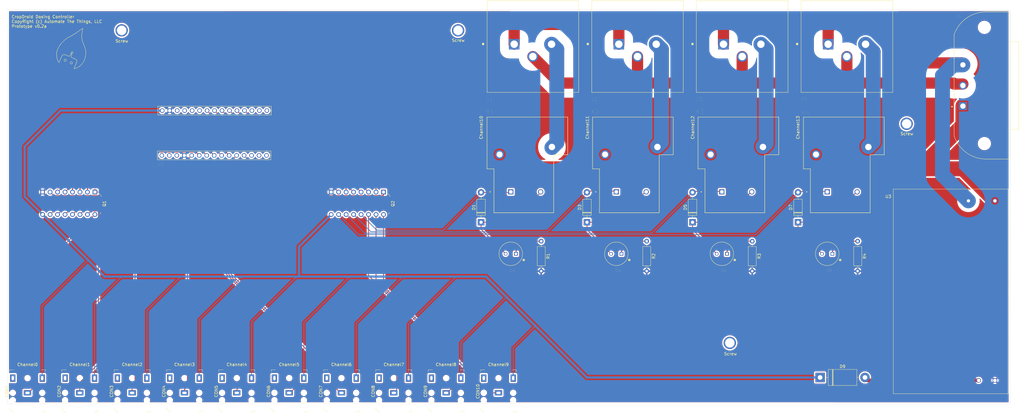
<source format=kicad_pcb>
(kicad_pcb (version 20171130) (host pcbnew 5.1.5-52549c5~84~ubuntu18.04.1)
  (title_block (title "CropDroid Dosing Controller") (date 2020-02-10) (rev 0.1a) (company "Automate The Things, LLC") (comment 3 "License: Proprietary") (comment 4 "Author: Jeremy Hahn"))
  (layers (0 F.Cu signal) (31 B.Cu signal) (34 B.Paste user) (35 F.Paste user) (36 B.SilkS user) (37 F.SilkS user) (38 B.Mask user) (39 F.Mask user) (44 Edge.Cuts user))
  (net 0 "")
  (net 1 "Net-(CON1-Pad1)")
  (net 2 "Net-(CON1-Pad2)")
  (net 3 "Net-(CON1-Pad3)")
  (net 4 "Net-(CON2-Pad3)")
  (net 5 "Net-(CON2-Pad1)")
  (net 6 "Net-(CON3-Pad3)")
  (net 7 "Net-(CON3-Pad1)")
  (net 8 "Net-(CON4-Pad3)")
  (net 9 "Net-(CON4-Pad1)")
  (net 10 "Net-(CON5-Pad1)")
  (net 11 "Net-(CON5-Pad3)")
  (net 12 "Net-(CON6-Pad3)")
  (net 13 "Net-(CON6-Pad1)")
  (net 14 "Net-(CON7-Pad1)")
  (net 15 "Net-(CON7-Pad3)")
  (net 16 "Net-(CON8-Pad3)")
  (net 17 "Net-(CON9-Pad3)")
  (net 18 "Net-(CON9-Pad1)")
  (net 19 "Net-(CON10-Pad1)")
  (net 20 "Net-(CON10-Pad3)")
  (net 21 "Net-(D1-Pad2)")
  (net 22 "Net-(D1-Pad1)")
  (net 23 "Net-(D2-Pad1)")
  (net 24 "Net-(D3-Pad2)")
  (net 25 "Net-(D3-Pad1)")
  (net 26 "Net-(D4-Pad1)")
  (net 27 "Net-(D5-Pad1)")
  (net 28 "Net-(D5-Pad2)")
  (net 29 "Net-(D6-Pad1)")
  (net 30 "Net-(D7-Pad1)")
  (net 31 "Net-(D7-Pad2)")
  (net 32 "Net-(D8-Pad1)")
  (net 33 "Net-(J1-Pad1)")
  (net 34 "Net-(J1-Pad2)")
  (net 35 "Net-(J1-Pad3)")
  (net 36 "Net-(J2-Pad2)")
  (net 37 "Net-(J3-Pad2)")
  (net 38 "Net-(J4-Pad2)")
  (net 39 "Net-(Q1-Pad1)")
  (net 40 "Net-(Q1-Pad2)")
  (net 41 "Net-(Q1-Pad3)")
  (net 42 "Net-(Q1-Pad4)")
  (net 43 "Net-(Q1-Pad5)")
  (net 44 "Net-(Q1-Pad6)")
  (net 45 "Net-(Q1-Pad7)")
  (net 46 GND)
  (net 47 "Net-(Q2-Pad7)")
  (net 48 "Net-(Q2-Pad6)")
  (net 49 "Net-(Q2-Pad5)")
  (net 50 "Net-(Q2-Pad4)")
  (net 51 "Net-(Q2-Pad3)")
  (net 52 "Net-(Q2-Pad2)")
  (net 53 "Net-(Q2-Pad1)")
  (net 54 "Net-(U1-PadP$15)")
  (net 55 "Net-(U1-PadP$14)")
  (net 56 "Net-(U1-PadP$13)")
  (net 57 "Net-(U1-PadP$3)")
  (net 58 "Net-(U2-PadP$3)")
  (net 59 "Net-(U2-PadP$13)")
  (net 60 "Net-(U2-PadP$14)")
  (net 61 "Net-(U2-PadP$15)")
  (net 62 "Net-(J5-Pad1)")
  (net 63 "Net-(CON8-Pad1)")
  (net 64 "Net-(D9-Pad2)")
  (net 65 "Net-(U1-PadP$6)")
  (net 66 "Net-(U1-PadP$5)")
  (net 67 "Net-(U1-PadP$4)")
  (net 68 "Net-(U2-PadP$2)")
  (net 69 "Net-(U2-PadP$1)")
  (module QUALTEK_703W-00:QUALTEK_703W-00_52 (layer F.Cu) (at 376.48388 62.30366 90)
    (fp_text reference J5 (at 30.44952 -1.51384 180) (layer F.SilkS) (effects (font (size 1.001969 1.001969) (thickness 0.015))))
    (fp_text value 703W-00_52)
    (pad None np_thru_hole circle (at -12.75 7.3 90) (size 3.5 3.5) (drill 3.5) (layers *.Cu *.Mask))
    (pad None np_thru_hole circle (at 26.75 7.3 90) (size 3.5 3.5) (drill 3.5) (layers *.Cu *.Mask))
    (pad 1 thru_hole rect (at 0 0 90) (size 2.7 2.7) (drill 1.8) (layers *.Cu *.Mask) (net 62 "Net-(J5-Pad1)"))
    (pad 2 thru_hole circle (at 7 0 90) (size 2.7 2.7) (drill 1.8) (layers *.Cu *.Mask) (net 35 "Net-(J1-Pad3)"))
    (pad 3 thru_hole circle (at 14 0 90) (size 2.7 2.7) (drill 1.8) (layers *.Cu *.Mask) (net 33 "Net-(J1-Pad1)"))
  )
  (module PPTC151LFBN-RC:PPTC151LFBN-RC (layer F.Cu) (at 104.44988 63.82766)
    (fp_text reference U1 (at -0.24788 2.82434) (layer F.SilkS) (effects (font (size 1.002992 1.002992) (thickness 0.015))))
    (fp_text value PPTC151LFBN-RC)
    (pad P$15 thru_hole circle (at 35.56 0) (size 1.53 1.53) (drill 1.02) (layers *.Cu *.Mask) (net 54 "Net-(U1-PadP$15)"))
    (pad P$14 thru_hole circle (at 33.02 0) (size 1.53 1.53) (drill 1.02) (layers *.Cu *.Mask) (net 55 "Net-(U1-PadP$14)"))
    (pad P$13 thru_hole circle (at 30.48 0) (size 1.53 1.53) (drill 1.02) (layers *.Cu *.Mask) (net 56 "Net-(U1-PadP$13)"))
    (pad P$12 thru_hole circle (at 27.94 0) (size 1.53 1.53) (drill 1.02) (layers *.Cu *.Mask) (net 52 "Net-(Q2-Pad2)"))
    (pad P$11 thru_hole circle (at 25.4 0) (size 1.53 1.53) (drill 1.02) (layers *.Cu *.Mask) (net 51 "Net-(Q2-Pad3)"))
    (pad P$10 thru_hole circle (at 22.86 0) (size 1.53 1.53) (drill 1.02) (layers *.Cu *.Mask) (net 50 "Net-(Q2-Pad4)"))
    (pad P$9 thru_hole circle (at 20.32 0) (size 1.53 1.53) (drill 1.02) (layers *.Cu *.Mask) (net 49 "Net-(Q2-Pad5)"))
    (pad P$8 thru_hole circle (at 17.78 0) (size 1.53 1.53) (drill 1.02) (layers *.Cu *.Mask) (net 48 "Net-(Q2-Pad6)"))
    (pad P$7 thru_hole circle (at 15.24 0) (size 1.53 1.53) (drill 1.02) (layers *.Cu *.Mask) (net 47 "Net-(Q2-Pad7)"))
    (pad P$6 thru_hole circle (at 12.7 0) (size 1.53 1.53) (drill 1.02) (layers *.Cu *.Mask) (net 65 "Net-(U1-PadP$6)"))
    (pad P$5 thru_hole circle (at 10.16 0) (size 1.53 1.53) (drill 1.02) (layers *.Cu *.Mask) (net 66 "Net-(U1-PadP$5)"))
    (pad P$4 thru_hole circle (at 7.62 0) (size 1.53 1.53) (drill 1.02) (layers *.Cu *.Mask) (net 67 "Net-(U1-PadP$4)"))
    (pad P$3 thru_hole circle (at 5.08 0) (size 1.53 1.53) (drill 1.02) (layers *.Cu *.Mask) (net 57 "Net-(U1-PadP$3)"))
    (pad P$2 thru_hole circle (at 2.54 0) (size 1.53 1.53) (drill 1.02) (layers *.Cu *.Mask) (net 46 GND))
    (pad P$1 thru_hole circle (at 0 0) (size 1.53 1.53) (drill 1.02) (layers *.Cu *.Mask) (net 2 "Net-(CON1-Pad2)"))
  )
  (module PPTC151LFBN-RC:PPTC151LFBN-RC (layer F.Cu) (at 139.88288 79.06766 180)
    (fp_text reference U2 (at 35.93488 -2.82434) (layer F.SilkS) (effects (font (size 1.002992 1.002992) (thickness 0.015))))
    (fp_text value PPTC151LFBN-RC)
    (pad P$15 thru_hole circle (at 35.56 0 180) (size 1.53 1.53) (drill 1.02) (layers *.Cu *.Mask) (net 61 "Net-(U2-PadP$15)"))
    (pad P$14 thru_hole circle (at 33.02 0 180) (size 1.53 1.53) (drill 1.02) (layers *.Cu *.Mask) (net 60 "Net-(U2-PadP$14)"))
    (pad P$13 thru_hole circle (at 30.48 0 180) (size 1.53 1.53) (drill 1.02) (layers *.Cu *.Mask) (net 59 "Net-(U2-PadP$13)"))
    (pad P$12 thru_hole circle (at 27.94 0 180) (size 1.53 1.53) (drill 1.02) (layers *.Cu *.Mask) (net 46 GND))
    (pad P$11 thru_hole circle (at 25.4 0 180) (size 1.53 1.53) (drill 1.02) (layers *.Cu *.Mask) (net 39 "Net-(Q1-Pad1)"))
    (pad P$10 thru_hole circle (at 22.86 0 180) (size 1.53 1.53) (drill 1.02) (layers *.Cu *.Mask) (net 40 "Net-(Q1-Pad2)"))
    (pad P$9 thru_hole circle (at 20.32 0 180) (size 1.53 1.53) (drill 1.02) (layers *.Cu *.Mask) (net 41 "Net-(Q1-Pad3)"))
    (pad P$8 thru_hole circle (at 17.78 0 180) (size 1.53 1.53) (drill 1.02) (layers *.Cu *.Mask) (net 42 "Net-(Q1-Pad4)"))
    (pad P$7 thru_hole circle (at 15.24 0 180) (size 1.53 1.53) (drill 1.02) (layers *.Cu *.Mask) (net 43 "Net-(Q1-Pad5)"))
    (pad P$6 thru_hole circle (at 12.7 0 180) (size 1.53 1.53) (drill 1.02) (layers *.Cu *.Mask) (net 44 "Net-(Q1-Pad6)"))
    (pad P$5 thru_hole circle (at 10.16 0 180) (size 1.53 1.53) (drill 1.02) (layers *.Cu *.Mask) (net 45 "Net-(Q1-Pad7)"))
    (pad P$4 thru_hole circle (at 7.62 0 180) (size 1.53 1.53) (drill 1.02) (layers *.Cu *.Mask) (net 53 "Net-(Q2-Pad1)"))
    (pad P$3 thru_hole circle (at 5.08 0 180) (size 1.53 1.53) (drill 1.02) (layers *.Cu *.Mask) (net 58 "Net-(U2-PadP$3)"))
    (pad P$2 thru_hole circle (at 2.54 0 180) (size 1.53 1.53) (drill 1.02) (layers *.Cu *.Mask) (net 68 "Net-(U2-PadP$2)"))
    (pad P$1 thru_hole circle (at 0 0 180) (size 1.53 1.53) (drill 1.02) (layers *.Cu *.Mask) (net 69 "Net-(U2-PadP$1)"))
  )
  (module digikey-footprints:Headphone_Jack_3.5mm_SJ1-3523N (layer F.Cu) (at 58.678 154.726 90)
    (fp_text reference CON1 (at -4.5 -7 90) (layer F.SilkS))
    (fp_text value SJ1-3523N)
    (pad "" np_thru_hole circle (at -7.5 5 90) (size 1.2 1.2) (drill 1.2) (layers *.Cu *.Mask))
    (pad "" np_thru_hole circle (at -5 5 90) (size 1.2 1.2) (drill 1.2) (layers *.Cu *.Mask))
    (pad "" np_thru_hole circle (at -7.5 -5 90) (size 1.2 1.2) (drill 1.2) (layers *.Cu *.Mask))
    (pad "" np_thru_hole circle (at -5 -5 90) (size 1.2 1.2) (drill 1.2) (layers *.Cu *.Mask))
    (pad "" np_thru_hole circle (at 0 0 90) (size 1.2 1.2) (drill 1.2) (layers *.Cu *.Mask))
    (pad 1 thru_hole rect (at -5 0 90) (size 1.8 2.5) (drill oval 0.8 1.5) (layers *.Cu *.Mask) (net 1 "Net-(CON1-Pad1)"))
    (pad 2 thru_hole rect (at 0 5 90) (size 2.5 1.8) (drill oval 1.5 0.8) (layers *.Cu *.Mask) (net 2 "Net-(CON1-Pad2)"))
    (pad 3 thru_hole rect (at 0 -5 90) (size 2.5 1.8) (drill oval 1.5 0.8) (layers *.Cu *.Mask) (net 3 "Net-(CON1-Pad3)"))
  )
  (module digikey-footprints:DIP-16_W7.62mm (layer F.Cu) (at 179.63388 91.51366 270)
    (fp_text reference Q2 (at 3.94 -3.2 90) (layer F.SilkS))
    (fp_text value ULN2003AN)
    (pad 9 thru_hole circle (at 7.62 17.78 270) (size 1.6 1.6) (drill 1) (layers *.Cu *.Mask) (net 2 "Net-(CON1-Pad2)"))
    (pad 8 thru_hole circle (at 0 17.78 270) (size 1.6 1.6) (drill 1) (layers *.Cu *.Mask) (net 46 GND))
    (pad 16 thru_hole circle (at 7.62 0 270) (size 1.6 1.6) (drill 1) (layers *.Cu *.Mask) (net 19 "Net-(CON10-Pad1)"))
    (pad 15 thru_hole circle (at 7.62 2.54 270) (size 1.6 1.6) (drill 1) (layers *.Cu *.Mask) (net 18 "Net-(CON9-Pad1)"))
    (pad 14 thru_hole circle (at 7.62 5.08 270) (size 1.6 1.6) (drill 1) (layers *.Cu *.Mask) (net 63 "Net-(CON8-Pad1)"))
    (pad 13 thru_hole circle (at 7.62 7.62 270) (size 1.6 1.6) (drill 1) (layers *.Cu *.Mask) (net 21 "Net-(D1-Pad2)"))
    (pad 12 thru_hole circle (at 7.62 10.16 270) (size 1.6 1.6) (drill 1) (layers *.Cu *.Mask) (net 24 "Net-(D3-Pad2)"))
    (pad 11 thru_hole circle (at 7.62 12.7 270) (size 1.6 1.6) (drill 1) (layers *.Cu *.Mask) (net 28 "Net-(D5-Pad2)"))
    (pad 10 thru_hole circle (at 7.62 15.24 270) (size 1.6 1.6) (drill 1) (layers *.Cu *.Mask) (net 31 "Net-(D7-Pad2)"))
    (pad 7 thru_hole circle (at 0 15.24 270) (size 1.6 1.6) (drill 1) (layers *.Cu *.Mask) (net 47 "Net-(Q2-Pad7)"))
    (pad 6 thru_hole circle (at 0 12.7 270) (size 1.6 1.6) (drill 1) (layers *.Cu *.Mask) (net 48 "Net-(Q2-Pad6)"))
    (pad 5 thru_hole circle (at 0 10.16 270) (size 1.6 1.6) (drill 1) (layers *.Cu *.Mask) (net 49 "Net-(Q2-Pad5)"))
    (pad 4 thru_hole circle (at 0 7.62 270) (size 1.6 1.6) (drill 1) (layers *.Cu *.Mask) (net 50 "Net-(Q2-Pad4)"))
    (pad 3 thru_hole circle (at 0 5.08 270) (size 1.6 1.6) (drill 1) (layers *.Cu *.Mask) (net 51 "Net-(Q2-Pad3)"))
    (pad 2 thru_hole circle (at 0 2.54 270) (size 1.6 1.6) (drill 1) (layers *.Cu *.Mask) (net 52 "Net-(Q2-Pad2)"))
    (pad 1 thru_hole rect (at 0 0 270) (size 1.6 1.6) (drill 1) (layers *.Cu *.Mask) (net 53 "Net-(Q2-Pad1)"))
  )
  (module Diode_THT:D_DO-201AD_P15.24mm_Horizontal (layer F.Cu) (at 327.96988 154.50566)
    (fp_text reference D9 (at 7.62 -3.72) (layer F.SilkS))
    (fp_text value 1N5400)
    (pad 2 thru_hole oval (at 15.24 0) (size 3.2 3.2) (drill 1.6) (layers *.Cu *.Mask) (net 64 "Net-(D9-Pad2)"))
    (pad 1 thru_hole rect (at 0 0) (size 3.2 3.2) (drill 1.6) (layers *.Cu *.Mask) (net 2 "Net-(CON1-Pad2)"))
  )
  (module drill-hole:Drill_Hole (layer F.Cu) (at 209.13852 37.4142)
    (fp_text reference Screw (at -4.10464 2.53746) (layer F.SilkS))
    (fp_text value Drill)
    (pad 1 thru_hole circle (at -4.16052 -0.8382) (size 4.199999 4.199999) (drill 3.200001) (layers *.Cu *.Mask))
  )
  (module drill-hole:Drill_Hole (layer F.Cu) (at 297.2943 142.75816)
    (fp_text reference Screw (at 0.21336 3.72364) (layer F.SilkS))
    (fp_text value Drill)
    (pad 1 thru_hole circle (at 0 0) (size 4.2 4.2) (drill 3.2) (layers *.Cu *.Mask))
  )
  (module drill-hole:Drill_Hole (layer F.Cu) (at 357.378 68.326)
    (fp_text reference Screw (at 0.05588 3.37566) (layer F.SilkS))
    (fp_text value Drill)
    (pad 1 thru_hole circle (at 0 0) (size 4.2 4.2) (drill 3.2) (layers *.Cu *.Mask))
  )
  (module drill-hole:Drill_Hole (layer F.Cu) (at 92.48648 36.40328)
    (fp_text reference Screw (at -1.7526 3.80238) (layer F.SilkS))
    (fp_text value Drill)
    (pad 1 thru_hole circle (at -1.80848 0.17272) (size 4.199999 4.199999) (drill 3.200001) (layers *.Cu *.Mask))
  )
  (module libraries:cropdroid_logo (layer F.Cu) (at 73.50252 42.7355)
    (fp_text reference G*** hide)
    (fp_text value LOGO hide)
  )
  (module digikey-footprints:Headphone_Jack_3.5mm_SJ1-3523N (layer F.Cu) (at 76.454 154.726 90)
    (fp_text reference CON2 (at -4.5 -7 90) (layer F.SilkS))
    (fp_text value SJ1-3523N)
    (pad "" np_thru_hole circle (at -7.5 5 90) (size 1.2 1.2) (drill 1.2) (layers *.Cu *.Mask))
    (pad "" np_thru_hole circle (at -5 5 90) (size 1.2 1.2) (drill 1.2) (layers *.Cu *.Mask))
    (pad "" np_thru_hole circle (at -7.5 -5 90) (size 1.2 1.2) (drill 1.2) (layers *.Cu *.Mask))
    (pad "" np_thru_hole circle (at -5 -5 90) (size 1.2 1.2) (drill 1.2) (layers *.Cu *.Mask))
    (pad "" np_thru_hole circle (at 0 0 90) (size 1.2 1.2) (drill 1.2) (layers *.Cu *.Mask))
    (pad 1 thru_hole rect (at -5 0 90) (size 1.8 2.5) (drill oval 0.8 1.5) (layers *.Cu *.Mask) (net 5 "Net-(CON2-Pad1)"))
    (pad 2 thru_hole rect (at 0 5 90) (size 2.5 1.8) (drill oval 1.5 0.8) (layers *.Cu *.Mask) (net 2 "Net-(CON1-Pad2)"))
    (pad 3 thru_hole rect (at 0 -5 90) (size 2.5 1.8) (drill oval 1.5 0.8) (layers *.Cu *.Mask) (net 4 "Net-(CON2-Pad3)"))
  )
  (module digikey-footprints:Headphone_Jack_3.5mm_SJ1-3523N (layer F.Cu) (at 94.234 154.726 90)
    (fp_text reference CON3 (at -4.5 -7 90) (layer F.SilkS))
    (fp_text value SJ1-3523N)
    (pad "" np_thru_hole circle (at -7.5 5 90) (size 1.2 1.2) (drill 1.2) (layers *.Cu *.Mask))
    (pad "" np_thru_hole circle (at -5 5 90) (size 1.2 1.2) (drill 1.2) (layers *.Cu *.Mask))
    (pad "" np_thru_hole circle (at -7.5 -5 90) (size 1.2 1.2) (drill 1.2) (layers *.Cu *.Mask))
    (pad "" np_thru_hole circle (at -5 -5 90) (size 1.2 1.2) (drill 1.2) (layers *.Cu *.Mask))
    (pad "" np_thru_hole circle (at 0 0 90) (size 1.2 1.2) (drill 1.2) (layers *.Cu *.Mask))
    (pad 1 thru_hole rect (at -5 0 90) (size 1.8 2.5) (drill oval 0.8 1.5) (layers *.Cu *.Mask) (net 7 "Net-(CON3-Pad1)"))
    (pad 2 thru_hole rect (at 0 5 90) (size 2.5 1.8) (drill oval 1.5 0.8) (layers *.Cu *.Mask) (net 2 "Net-(CON1-Pad2)"))
    (pad 3 thru_hole rect (at 0 -5 90) (size 2.5 1.8) (drill oval 1.5 0.8) (layers *.Cu *.Mask) (net 6 "Net-(CON3-Pad3)"))
  )
  (module digikey-footprints:Headphone_Jack_3.5mm_SJ1-3523N (layer F.Cu) (at 112.014 154.726 90)
    (fp_text reference CON4 (at -4.5 -7 90) (layer F.SilkS))
    (fp_text value SJ1-3523N)
    (pad "" np_thru_hole circle (at -7.5 5 90) (size 1.2 1.2) (drill 1.2) (layers *.Cu *.Mask))
    (pad "" np_thru_hole circle (at -5 5 90) (size 1.2 1.2) (drill 1.2) (layers *.Cu *.Mask))
    (pad "" np_thru_hole circle (at -7.5 -5 90) (size 1.2 1.2) (drill 1.2) (layers *.Cu *.Mask))
    (pad "" np_thru_hole circle (at -5 -5 90) (size 1.2 1.2) (drill 1.2) (layers *.Cu *.Mask))
    (pad "" np_thru_hole circle (at 0 0 90) (size 1.2 1.2) (drill 1.2) (layers *.Cu *.Mask))
    (pad 1 thru_hole rect (at -5 0 90) (size 1.8 2.5) (drill oval 0.8 1.5) (layers *.Cu *.Mask) (net 9 "Net-(CON4-Pad1)"))
    (pad 2 thru_hole rect (at 0 5 90) (size 2.5 1.8) (drill oval 1.5 0.8) (layers *.Cu *.Mask) (net 2 "Net-(CON1-Pad2)"))
    (pad 3 thru_hole rect (at 0 -5 90) (size 2.5 1.8) (drill oval 1.5 0.8) (layers *.Cu *.Mask) (net 8 "Net-(CON4-Pad3)"))
  )
  (module digikey-footprints:Headphone_Jack_3.5mm_SJ1-3523N (layer F.Cu) (at 129.794 154.726 90)
    (fp_text reference CON5 (at -4.5 -7 90) (layer F.SilkS))
    (fp_text value SJ1-3523N)
    (pad "" np_thru_hole circle (at -7.5 5 90) (size 1.2 1.2) (drill 1.2) (layers *.Cu *.Mask))
    (pad "" np_thru_hole circle (at -5 5 90) (size 1.2 1.2) (drill 1.2) (layers *.Cu *.Mask))
    (pad "" np_thru_hole circle (at -7.5 -5 90) (size 1.2 1.2) (drill 1.2) (layers *.Cu *.Mask))
    (pad "" np_thru_hole circle (at -5 -5 90) (size 1.2 1.2) (drill 1.2) (layers *.Cu *.Mask))
    (pad "" np_thru_hole circle (at 0 0 90) (size 1.2 1.2) (drill 1.2) (layers *.Cu *.Mask))
    (pad 1 thru_hole rect (at -5 0 90) (size 1.8 2.5) (drill oval 0.8 1.5) (layers *.Cu *.Mask) (net 10 "Net-(CON5-Pad1)"))
    (pad 2 thru_hole rect (at 0 5 90) (size 2.5 1.8) (drill oval 1.5 0.8) (layers *.Cu *.Mask) (net 2 "Net-(CON1-Pad2)"))
    (pad 3 thru_hole rect (at 0 -5 90) (size 2.5 1.8) (drill oval 1.5 0.8) (layers *.Cu *.Mask) (net 11 "Net-(CON5-Pad3)"))
  )
  (module digikey-footprints:Headphone_Jack_3.5mm_SJ1-3523N (layer F.Cu) (at 147.574 154.726 90)
    (fp_text reference CON6 (at -4.5 -7 90) (layer F.SilkS))
    (fp_text value SJ1-3523N)
    (pad "" np_thru_hole circle (at -7.5 5 90) (size 1.2 1.2) (drill 1.2) (layers *.Cu *.Mask))
    (pad "" np_thru_hole circle (at -5 5 90) (size 1.2 1.2) (drill 1.2) (layers *.Cu *.Mask))
    (pad "" np_thru_hole circle (at -7.5 -5 90) (size 1.2 1.2) (drill 1.2) (layers *.Cu *.Mask))
    (pad "" np_thru_hole circle (at -5 -5 90) (size 1.2 1.2) (drill 1.2) (layers *.Cu *.Mask))
    (pad "" np_thru_hole circle (at 0 0 90) (size 1.2 1.2) (drill 1.2) (layers *.Cu *.Mask))
    (pad 1 thru_hole rect (at -5 0 90) (size 1.8 2.5) (drill oval 0.8 1.5) (layers *.Cu *.Mask) (net 13 "Net-(CON6-Pad1)"))
    (pad 2 thru_hole rect (at 0 5 90) (size 2.5 1.8) (drill oval 1.5 0.8) (layers *.Cu *.Mask) (net 2 "Net-(CON1-Pad2)"))
    (pad 3 thru_hole rect (at 0 -5 90) (size 2.5 1.8) (drill oval 1.5 0.8) (layers *.Cu *.Mask) (net 12 "Net-(CON6-Pad3)"))
  )
  (module digikey-footprints:Headphone_Jack_3.5mm_SJ1-3523N (layer F.Cu) (at 165.354 154.726 90)
    (fp_text reference CON7 (at -4.5 -7 90) (layer F.SilkS))
    (fp_text value SJ1-3523N)
    (pad "" np_thru_hole circle (at -7.5 5 90) (size 1.2 1.2) (drill 1.2) (layers *.Cu *.Mask))
    (pad "" np_thru_hole circle (at -5 5 90) (size 1.2 1.2) (drill 1.2) (layers *.Cu *.Mask))
    (pad "" np_thru_hole circle (at -7.5 -5 90) (size 1.2 1.2) (drill 1.2) (layers *.Cu *.Mask))
    (pad "" np_thru_hole circle (at -5 -5 90) (size 1.2 1.2) (drill 1.2) (layers *.Cu *.Mask))
    (pad "" np_thru_hole circle (at 0 0 90) (size 1.2 1.2) (drill 1.2) (layers *.Cu *.Mask))
    (pad 1 thru_hole rect (at -5 0 90) (size 1.8 2.5) (drill oval 0.8 1.5) (layers *.Cu *.Mask) (net 14 "Net-(CON7-Pad1)"))
    (pad 2 thru_hole rect (at 0 5 90) (size 2.5 1.8) (drill oval 1.5 0.8) (layers *.Cu *.Mask) (net 2 "Net-(CON1-Pad2)"))
    (pad 3 thru_hole rect (at 0 -5 90) (size 2.5 1.8) (drill oval 1.5 0.8) (layers *.Cu *.Mask) (net 15 "Net-(CON7-Pad3)"))
  )
  (module digikey-footprints:Headphone_Jack_3.5mm_SJ1-3523N (layer F.Cu) (at 183.134 154.726 90)
    (fp_text reference CON8 (at -4.5 -7 90) (layer F.SilkS))
    (fp_text value SJ1-3523N)
    (pad "" np_thru_hole circle (at -7.5 5 90) (size 1.2 1.2) (drill 1.2) (layers *.Cu *.Mask))
    (pad "" np_thru_hole circle (at -5 5 90) (size 1.2 1.2) (drill 1.2) (layers *.Cu *.Mask))
    (pad "" np_thru_hole circle (at -7.5 -5 90) (size 1.2 1.2) (drill 1.2) (layers *.Cu *.Mask))
    (pad "" np_thru_hole circle (at -5 -5 90) (size 1.2 1.2) (drill 1.2) (layers *.Cu *.Mask))
    (pad "" np_thru_hole circle (at 0 0 90) (size 1.2 1.2) (drill 1.2) (layers *.Cu *.Mask))
    (pad 1 thru_hole rect (at -5 0 90) (size 1.8 2.5) (drill oval 0.8 1.5) (layers *.Cu *.Mask) (net 63 "Net-(CON8-Pad1)"))
    (pad 2 thru_hole rect (at 0 5 90) (size 2.5 1.8) (drill oval 1.5 0.8) (layers *.Cu *.Mask) (net 2 "Net-(CON1-Pad2)"))
    (pad 3 thru_hole rect (at 0 -5 90) (size 2.5 1.8) (drill oval 1.5 0.8) (layers *.Cu *.Mask) (net 16 "Net-(CON8-Pad3)"))
  )
  (module digikey-footprints:Headphone_Jack_3.5mm_SJ1-3523N (layer F.Cu) (at 200.914 154.726 90)
    (fp_text reference CON9 (at -4.5 -7 90) (layer F.SilkS))
    (fp_text value SJ1-3523N)
    (pad "" np_thru_hole circle (at -7.5 5 90) (size 1.2 1.2) (drill 1.2) (layers *.Cu *.Mask))
    (pad "" np_thru_hole circle (at -5 5 90) (size 1.2 1.2) (drill 1.2) (layers *.Cu *.Mask))
    (pad "" np_thru_hole circle (at -7.5 -5 90) (size 1.2 1.2) (drill 1.2) (layers *.Cu *.Mask))
    (pad "" np_thru_hole circle (at -5 -5 90) (size 1.2 1.2) (drill 1.2) (layers *.Cu *.Mask))
    (pad "" np_thru_hole circle (at 0 0 90) (size 1.2 1.2) (drill 1.2) (layers *.Cu *.Mask))
    (pad 1 thru_hole rect (at -5 0 90) (size 1.8 2.5) (drill oval 0.8 1.5) (layers *.Cu *.Mask) (net 18 "Net-(CON9-Pad1)"))
    (pad 2 thru_hole rect (at 0 5 90) (size 2.5 1.8) (drill oval 1.5 0.8) (layers *.Cu *.Mask) (net 2 "Net-(CON1-Pad2)"))
    (pad 3 thru_hole rect (at 0 -5 90) (size 2.5 1.8) (drill oval 1.5 0.8) (layers *.Cu *.Mask) (net 17 "Net-(CON9-Pad3)"))
  )
  (module digikey-footprints:Headphone_Jack_3.5mm_SJ1-3523N (layer F.Cu) (at 218.694 154.726 90)
    (fp_text reference CON10 (at -4.5 -7 90) (layer F.SilkS))
    (fp_text value SJ1-3523N)
    (pad "" np_thru_hole circle (at -7.5 5 90) (size 1.2 1.2) (drill 1.2) (layers *.Cu *.Mask))
    (pad "" np_thru_hole circle (at -5 5 90) (size 1.2 1.2) (drill 1.2) (layers *.Cu *.Mask))
    (pad "" np_thru_hole circle (at -7.5 -5 90) (size 1.2 1.2) (drill 1.2) (layers *.Cu *.Mask))
    (pad "" np_thru_hole circle (at -5 -5 90) (size 1.2 1.2) (drill 1.2) (layers *.Cu *.Mask))
    (pad "" np_thru_hole circle (at 0 0 90) (size 1.2 1.2) (drill 1.2) (layers *.Cu *.Mask))
    (pad 1 thru_hole rect (at -5 0 90) (size 1.8 2.5) (drill oval 0.8 1.5) (layers *.Cu *.Mask) (net 19 "Net-(CON10-Pad1)"))
    (pad 2 thru_hole rect (at 0 5 90) (size 2.5 1.8) (drill oval 1.5 0.8) (layers *.Cu *.Mask) (net 2 "Net-(CON1-Pad2)"))
    (pad 3 thru_hole rect (at 0 -5 90) (size 2.5 1.8) (drill oval 1.5 0.8) (layers *.Cu *.Mask) (net 20 "Net-(CON10-Pad3)"))
  )
  (module Diode_THT:D_DO-41_SOD81_P10.16mm_Horizontal (layer F.Cu) (at 212.77834 101.77272 90)
    (fp_text reference D1 (at 5.08 -2.47 90) (layer F.SilkS))
    (fp_text value 1N4001)
    (pad 2 thru_hole oval (at 10.16 0 90) (size 2.2 2.2) (drill 1.1) (layers *.Cu *.Mask) (net 21 "Net-(D1-Pad2)"))
    (pad 1 thru_hole rect (at 0 0 90) (size 2.2 2.2) (drill 1.1) (layers *.Cu *.Mask) (net 22 "Net-(D1-Pad1)"))
  )
  (module libraries:CAPPRD350W60D800H2000 (layer F.Cu) (at 222.878 112.48898 180)
    (fp_text reference D2 (at -0.635 -5.715) (layer F.SilkS) (effects (font (thickness 0.015))))
    (fp_text value LED)
    (pad 2 thru_hole circle (at 1.75 0 180) (size 1.23 1.23) (drill 0.82) (layers *.Cu *.Mask) (net 22 "Net-(D1-Pad1)"))
    (pad 1 thru_hole rect (at -1.75 0 180) (size 1.23 1.23) (drill 0.82) (layers *.Cu *.Mask) (net 23 "Net-(D2-Pad1)"))
  )
  (module Diode_THT:D_DO-41_SOD81_P10.16mm_Horizontal (layer F.Cu) (at 248.75998 101.77272 90)
    (fp_text reference D3 (at 5.08 -2.47 90) (layer F.SilkS))
    (fp_text value 1N4001)
    (pad 2 thru_hole oval (at 10.16 0 90) (size 2.2 2.2) (drill 1.1) (layers *.Cu *.Mask) (net 24 "Net-(D3-Pad2)"))
    (pad 1 thru_hole rect (at 0 0 90) (size 2.2 2.2) (drill 1.1) (layers *.Cu *.Mask) (net 25 "Net-(D3-Pad1)"))
  )
  (module libraries:CAPPRD350W60D800H2000 (layer F.Cu) (at 258.728 112.48898 180)
    (fp_text reference D4 (at -0.635 -5.715) (layer F.SilkS) (effects (font (thickness 0.015))))
    (fp_text value LED)
    (pad 2 thru_hole circle (at 1.75 0 180) (size 1.23 1.23) (drill 0.82) (layers *.Cu *.Mask) (net 25 "Net-(D3-Pad1)"))
    (pad 1 thru_hole rect (at -1.75 0 180) (size 1.23 1.23) (drill 0.82) (layers *.Cu *.Mask) (net 26 "Net-(D4-Pad1)"))
  )
  (module Diode_THT:D_DO-41_SOD81_P10.16mm_Horizontal (layer F.Cu) (at 284.62732 101.77272 90)
    (fp_text reference D5 (at 5.08 -2.47 90) (layer F.SilkS))
    (fp_text value 1N4001)
    (pad 2 thru_hole oval (at 10.16 0 90) (size 2.2 2.2) (drill 1.1) (layers *.Cu *.Mask) (net 28 "Net-(D5-Pad2)"))
    (pad 1 thru_hole rect (at 0 0 90) (size 2.2 2.2) (drill 1.1) (layers *.Cu *.Mask) (net 27 "Net-(D5-Pad1)"))
  )
  (module libraries:CAPPRD350W60D800H2000 (layer F.Cu) (at 294.578 112.48898 180)
    (fp_text reference D6 (at -0.635 -5.715) (layer F.SilkS) (effects (font (thickness 0.015))))
    (fp_text value LED)
    (pad 2 thru_hole circle (at 1.75 0 180) (size 1.23 1.23) (drill 0.82) (layers *.Cu *.Mask) (net 27 "Net-(D5-Pad1)"))
    (pad 1 thru_hole rect (at -1.75 0 180) (size 1.23 1.23) (drill 0.82) (layers *.Cu *.Mask) (net 29 "Net-(D6-Pad1)"))
  )
  (module Diode_THT:D_DO-41_SOD81_P10.16mm_Horizontal (layer F.Cu) (at 320.46672 101.77272 90)
    (fp_text reference D7 (at 5.08 -2.47 90) (layer F.SilkS))
    (fp_text value 1N4001)
    (pad 2 thru_hole oval (at 10.16 0 90) (size 2.2 2.2) (drill 1.1) (layers *.Cu *.Mask) (net 31 "Net-(D7-Pad2)"))
    (pad 1 thru_hole rect (at 0 0 90) (size 2.2 2.2) (drill 1.1) (layers *.Cu *.Mask) (net 30 "Net-(D7-Pad1)"))
  )
  (module libraries:CAPPRD350W60D800H2000 (layer F.Cu) (at 330.392 112.48898 180)
    (fp_text reference D8 (at -0.635 -5.715) (layer F.SilkS) (effects (font (thickness 0.015))))
    (fp_text value LED)
    (pad 2 thru_hole circle (at 1.75 0 180) (size 1.23 1.23) (drill 0.82) (layers *.Cu *.Mask) (net 30 "Net-(D7-Pad1)"))
    (pad 1 thru_hole rect (at -1.75 0 180) (size 1.23 1.23) (drill 0.82) (layers *.Cu *.Mask) (net 32 "Net-(D8-Pad1)"))
  )
  (module 3-213598-2:TE_3-213598-2 (layer F.Cu) (at 230.378 42.096)
    (fp_text reference J1 (at -14.67 17.952) (layer F.SilkS) (effects (font (size 1.320047 1.320047) (thickness 0.015))))
    (fp_text value 3-213598-2)
    (pad 3 thru_hole circle (at 0 3.38) (size 3.556 3.556) (drill 2.54) (layers *.Cu *.Mask) (net 35 "Net-(J1-Pad3)"))
    (pad 2 thru_hole circle (at 6.35 -0.81) (size 3.556 3.556) (drill 2.54) (layers *.Cu *.Mask) (net 34 "Net-(J1-Pad2)"))
    (pad 1 thru_hole rect (at -6.35 -0.81) (size 3.556 3.556) (drill 2.54) (layers *.Cu *.Mask) (net 33 "Net-(J1-Pad1)"))
  )
  (module 3-213598-2:TE_3-213598-2 (layer F.Cu) (at 265.938 42.096)
    (fp_text reference J2 (at -14.67 17.952) (layer F.SilkS) (effects (font (size 1.320047 1.320047) (thickness 0.015))))
    (fp_text value 3-213598-2)
    (pad 3 thru_hole circle (at 0 3.38) (size 3.556 3.556) (drill 2.54) (layers *.Cu *.Mask) (net 35 "Net-(J1-Pad3)"))
    (pad 2 thru_hole circle (at 6.35 -0.81) (size 3.556 3.556) (drill 2.54) (layers *.Cu *.Mask) (net 36 "Net-(J2-Pad2)"))
    (pad 1 thru_hole rect (at -6.35 -0.81) (size 3.556 3.556) (drill 2.54) (layers *.Cu *.Mask) (net 33 "Net-(J1-Pad1)"))
  )
  (module 3-213598-2:TE_3-213598-2 (layer F.Cu) (at 301.498 42.096)
    (fp_text reference J3 (at -14.67 17.952) (layer F.SilkS) (effects (font (size 1.320047 1.320047) (thickness 0.015))))
    (fp_text value 3-213598-2)
    (pad 3 thru_hole circle (at 0 3.38) (size 3.556 3.556) (drill 2.54) (layers *.Cu *.Mask) (net 35 "Net-(J1-Pad3)"))
    (pad 2 thru_hole circle (at 6.35 -0.81) (size 3.556 3.556) (drill 2.54) (layers *.Cu *.Mask) (net 37 "Net-(J3-Pad2)"))
    (pad 1 thru_hole rect (at -6.35 -0.81) (size 3.556 3.556) (drill 2.54) (layers *.Cu *.Mask) (net 33 "Net-(J1-Pad1)"))
  )
  (module 3-213598-2:TE_3-213598-2 (layer F.Cu) (at 337.058 42.096)
    (fp_text reference J4 (at -14.67 17.698) (layer F.SilkS) (effects (font (size 1.320047 1.320047) (thickness 0.015))))
    (fp_text value 3-213598-2)
    (pad 3 thru_hole circle (at 0 3.38) (size 3.556 3.556) (drill 2.54) (layers *.Cu *.Mask) (net 35 "Net-(J1-Pad3)"))
    (pad 2 thru_hole circle (at 6.35 -0.81) (size 3.556 3.556) (drill 2.54) (layers *.Cu *.Mask) (net 38 "Net-(J4-Pad2)"))
    (pad 1 thru_hole rect (at -6.35 -0.81) (size 3.556 3.556) (drill 2.54) (layers *.Cu *.Mask) (net 33 "Net-(J1-Pad1)"))
  )
  (module T9AS1D12-15:RELAY_T9AS1D12-15 (layer F.Cu) (at 222.878 91.44)
    (fp_text reference K1 (at -6.916 -27.26) (layer F.SilkS) (effects (font (size 1.395488 1.395488) (thickness 0.015))))
    (fp_text value T9AS1D12-15)
    (pad 4 thru_hole circle (at 13.97 -15.24) (size 3.29 3.29) (drill 2.19) (layers *.Cu *.Mask) (net 34 "Net-(J1-Pad2)"))
    (pad 3 thru_hole circle (at -3.81 -12.7) (size 3.09 3.09) (drill 2.06) (layers *.Cu *.Mask) (net 62 "Net-(J5-Pad1)"))
    (pad 1 thru_hole rect (at 0 0) (size 1.76 1.76) (drill 1.17) (layers *.Cu *.Mask) (net 21 "Net-(D1-Pad2)"))
    (pad 2 thru_hole circle (at 10.16 0) (size 1.76 1.76) (drill 1.17) (layers *.Cu *.Mask) (net 22 "Net-(D1-Pad1)"))
  )
  (module T9AS1D12-15:RELAY_T9AS1D12-15 (layer F.Cu) (at 258.728 91.44)
    (fp_text reference K2 (at -7.206 -27.220035) (layer F.SilkS) (effects (font (size 1.395488 1.395488) (thickness 0.015))))
    (fp_text value T9AS1D12-15)
    (pad 4 thru_hole circle (at 13.97 -15.24) (size 3.29 3.29) (drill 2.19) (layers *.Cu *.Mask) (net 36 "Net-(J2-Pad2)"))
    (pad 3 thru_hole circle (at -3.81 -12.7) (size 3.09 3.09) (drill 2.06) (layers *.Cu *.Mask) (net 62 "Net-(J5-Pad1)"))
    (pad 1 thru_hole rect (at 0 0) (size 1.76 1.76) (drill 1.17) (layers *.Cu *.Mask) (net 24 "Net-(D3-Pad2)"))
    (pad 2 thru_hole circle (at 10.16 0) (size 1.76 1.76) (drill 1.17) (layers *.Cu *.Mask) (net 25 "Net-(D3-Pad1)"))
  )
  (module T9AS1D12-15:RELAY_T9AS1D12-15 (layer F.Cu) (at 294.578 91.44)
    (fp_text reference K3 (at -7.496 -27.164) (layer F.SilkS) (effects (font (size 1.395488 1.395488) (thickness 0.015))))
    (fp_text value T9AS1D12-15)
    (pad 4 thru_hole circle (at 13.97 -15.24) (size 3.29 3.29) (drill 2.19) (layers *.Cu *.Mask) (net 37 "Net-(J3-Pad2)"))
    (pad 3 thru_hole circle (at -3.81 -12.7) (size 3.09 3.09) (drill 2.06) (layers *.Cu *.Mask) (net 62 "Net-(J5-Pad1)"))
    (pad 1 thru_hole rect (at 0 0) (size 1.76 1.76) (drill 1.17) (layers *.Cu *.Mask) (net 28 "Net-(D5-Pad2)"))
    (pad 2 thru_hole circle (at 10.16 0) (size 1.76 1.76) (drill 1.17) (layers *.Cu *.Mask) (net 27 "Net-(D5-Pad1)"))
  )
  (module T9AS1D12-15:RELAY_T9AS1D12-15 (layer F.Cu) (at 330.392 91.44)
    (fp_text reference K4 (at -7.496 -26.96) (layer F.SilkS) (effects (font (size 1.395488 1.395488) (thickness 0.015))))
    (fp_text value T9AS1D12-15)
    (pad 4 thru_hole circle (at 13.97 -15.24) (size 3.29 3.29) (drill 2.19) (layers *.Cu *.Mask) (net 38 "Net-(J4-Pad2)"))
    (pad 3 thru_hole circle (at -3.81 -12.7) (size 3.09 3.09) (drill 2.06) (layers *.Cu *.Mask) (net 62 "Net-(J5-Pad1)"))
    (pad 1 thru_hole rect (at 0 0) (size 1.76 1.76) (drill 1.17) (layers *.Cu *.Mask) (net 31 "Net-(D7-Pad2)"))
    (pad 2 thru_hole circle (at 10.16 0) (size 1.76 1.76) (drill 1.17) (layers *.Cu *.Mask) (net 30 "Net-(D7-Pad1)"))
  )
  (module digikey-footprints:DIP-16_W7.62mm (layer F.Cu) (at 81.58988 91.51366 270)
    (fp_text reference Q1 (at 3.94 -3.2 90) (layer F.SilkS))
    (fp_text value ULN2003AN)
    (pad 9 thru_hole circle (at 7.62 17.78 270) (size 1.6 1.6) (drill 1) (layers *.Cu *.Mask) (net 2 "Net-(CON1-Pad2)"))
    (pad 8 thru_hole circle (at 0 17.78 270) (size 1.6 1.6) (drill 1) (layers *.Cu *.Mask) (net 46 GND))
    (pad 16 thru_hole circle (at 7.62 0 270) (size 1.6 1.6) (drill 1) (layers *.Cu *.Mask) (net 1 "Net-(CON1-Pad1)"))
    (pad 15 thru_hole circle (at 7.62 2.54 270) (size 1.6 1.6) (drill 1) (layers *.Cu *.Mask) (net 5 "Net-(CON2-Pad1)"))
    (pad 14 thru_hole circle (at 7.62 5.08 270) (size 1.6 1.6) (drill 1) (layers *.Cu *.Mask) (net 7 "Net-(CON3-Pad1)"))
    (pad 13 thru_hole circle (at 7.62 7.62 270) (size 1.6 1.6) (drill 1) (layers *.Cu *.Mask) (net 9 "Net-(CON4-Pad1)"))
    (pad 12 thru_hole circle (at 7.62 10.16 270) (size 1.6 1.6) (drill 1) (layers *.Cu *.Mask) (net 10 "Net-(CON5-Pad1)"))
    (pad 11 thru_hole circle (at 7.62 12.7 270) (size 1.6 1.6) (drill 1) (layers *.Cu *.Mask) (net 13 "Net-(CON6-Pad1)"))
    (pad 10 thru_hole circle (at 7.62 15.24 270) (size 1.6 1.6) (drill 1) (layers *.Cu *.Mask) (net 14 "Net-(CON7-Pad1)"))
    (pad 7 thru_hole circle (at 0 15.24 270) (size 1.6 1.6) (drill 1) (layers *.Cu *.Mask) (net 45 "Net-(Q1-Pad7)"))
    (pad 6 thru_hole circle (at 0 12.7 270) (size 1.6 1.6) (drill 1) (layers *.Cu *.Mask) (net 44 "Net-(Q1-Pad6)"))
    (pad 5 thru_hole circle (at 0 10.16 270) (size 1.6 1.6) (drill 1) (layers *.Cu *.Mask) (net 43 "Net-(Q1-Pad5)"))
    (pad 4 thru_hole circle (at 0 7.62 270) (size 1.6 1.6) (drill 1) (layers *.Cu *.Mask) (net 42 "Net-(Q1-Pad4)"))
    (pad 3 thru_hole circle (at 0 5.08 270) (size 1.6 1.6) (drill 1) (layers *.Cu *.Mask) (net 41 "Net-(Q1-Pad3)"))
    (pad 2 thru_hole circle (at 0 2.54 270) (size 1.6 1.6) (drill 1) (layers *.Cu *.Mask) (net 40 "Net-(Q1-Pad2)"))
    (pad 1 thru_hole rect (at 0 0 270) (size 1.6 1.6) (drill 1) (layers *.Cu *.Mask) (net 39 "Net-(Q1-Pad1)"))
  )
  (module Resistor_THT:R_Axial_DIN0207_L6.3mm_D2.5mm_P10.16mm_Horizontal (layer F.Cu) (at 233.20756 108.20908 270)
    (fp_text reference R1 (at 5.08 -2.37 90) (layer F.SilkS))
    (fp_text value R)
    (pad 2 thru_hole oval (at 10.16 0 270) (size 1.6 1.6) (drill 0.8) (layers *.Cu *.Mask) (net 46 GND))
    (pad 1 thru_hole circle (at 0 0 270) (size 1.6 1.6) (drill 0.8) (layers *.Cu *.Mask) (net 23 "Net-(D2-Pad1)"))
  )
  (module Resistor_THT:R_Axial_DIN0207_L6.3mm_D2.5mm_P10.16mm_Horizontal (layer F.Cu) (at 269.05756 108.20908 270)
    (fp_text reference R2 (at 5.08 -2.37 90) (layer F.SilkS))
    (fp_text value R)
    (pad 2 thru_hole oval (at 10.16 0 270) (size 1.6 1.6) (drill 0.8) (layers *.Cu *.Mask) (net 46 GND))
    (pad 1 thru_hole circle (at 0 0 270) (size 1.6 1.6) (drill 0.8) (layers *.Cu *.Mask) (net 26 "Net-(D4-Pad1)"))
  )
  (module Resistor_THT:R_Axial_DIN0207_L6.3mm_D2.5mm_P10.16mm_Horizontal (layer F.Cu) (at 304.90756 108.20908 270)
    (fp_text reference R3 (at 5.08 -2.37 90) (layer F.SilkS))
    (fp_text value R)
    (pad 2 thru_hole oval (at 10.16 0 270) (size 1.6 1.6) (drill 0.8) (layers *.Cu *.Mask) (net 46 GND))
    (pad 1 thru_hole circle (at 0 0 270) (size 1.6 1.6) (drill 0.8) (layers *.Cu *.Mask) (net 29 "Net-(D6-Pad1)"))
  )
  (module Resistor_THT:R_Axial_DIN0207_L6.3mm_D2.5mm_P10.16mm_Horizontal (layer F.Cu) (at 340.72156 108.20908 270)
    (fp_text reference R4 (at 5.08 -2.37 90) (layer F.SilkS))
    (fp_text value R)
    (pad 2 thru_hole oval (at 10.16 0 270) (size 1.6 1.6) (drill 0.8) (layers *.Cu *.Mask) (net 46 GND))
    (pad 1 thru_hole circle (at 0 0 270) (size 1.6 1.6) (drill 0.8) (layers *.Cu *.Mask) (net 32 "Net-(D8-Pad1)"))
  )
  (module IRM-30-12:IRM-30-12 (layer F.Cu) (at 352.86188 90.49766 270)
    (fp_text reference U3 (at 2.52984 1.73228 180) (layer F.SilkS))
    (fp_text value IRM-30-12)
    (pad 4 thru_hole circle (at 65 -29 270) (size 1.524 1.524) (drill 1.1) (layers *.Cu *.Mask) (net 64 "Net-(D9-Pad2)"))
    (pad 3 thru_hole circle (at 65 -34.5 270) (size 1.524 1.524) (drill 1.1) (layers *.Cu *.Mask) (net 46 GND))
    (pad 2 thru_hole circle (at 4 -25.5 270) (size 1.524 1.524) (drill 1.1) (layers *.Cu *.Mask) (net 33 "Net-(J1-Pad1)"))
    (pad 1 thru_hole circle (at 4 -34.5 270) (size 1.524 1.524) (drill 1.1) (layers *.Cu *.Mask) (net 62 "Net-(J5-Pad1)"))
  )
  (gr_text Channel13 (at 320.44132 69.596 90) (layer F.SilkS) (effects (font (size 1 1))))
  (gr_text Channel12 (at 284.67812 69.596 90) (layer F.SilkS) (effects (font (size 1 1))))
  (gr_text Channel11 (at 248.89968 69.596 90) (layer F.SilkS) (effects (font (size 1 1))))
  (gr_text Channel10 (at 212.82152 69.596 90) (layer F.SilkS) (effects (font (size 1 1))))
  (gr_text Channel9 (at 218.694 150.12416) (layer F.SilkS) (effects (font (size 1 1))))
  (gr_text Channel8 (at 200.87336 150.12416) (layer F.SilkS) (effects (font (size 1 1))))
  (gr_text Channel7 (at 183.15686 150.12416) (layer F.SilkS) (effects (font (size 1 1))))
  (gr_text Channel6 (at 165.33622 150.12416) (layer F.SilkS) (effects (font (size 1 1))))
  (gr_text Channel5 (at 147.58162 150.12416) (layer F.SilkS) (effects (font (size 1 1))))
  (gr_text Channel4 (at 129.79146 150.12416) (layer F.SilkS) (effects (font (size 1 1))))
  (gr_text Channel3 (at 112.01908 150.12416) (layer F.SilkS) (effects (font (size 1 1))))
  (gr_text Channel2 (at 94.22892 150.12416) (layer F.SilkS) (effects (font (size 1 1))))
  (gr_text Channel1 (at 76.4413 150.12416) (layer F.SilkS) (effects (font (size 1 1))))
  (gr_text Channel0 (at 58.6867 150.12416) (layer F.SilkS) (effects (font (size 1 1))))
  (gr_text "CropDroid Dosing Controller\nCopyRight (c) Automate The Things, LLC\nPrototype v0.2a" (at 53.19268 33.55848) (layer F.SilkS) (effects (font (size 1 1)) (justify left)))
  (gr_line (start 51.878 163.426) (end 51.878 29.568) (layer Edge.Cuts) (width 0.05))
  (gr_line (start 392.53588 163.43766) (end 51.878 163.426) (layer Edge.Cuts) (width 0.05))
  (gr_line (start 392.48588 29.53766) (end 392.53588 163.43766) (layer Edge.Cuts) (width 0.05))
  (gr_line (start 51.878 29.568) (end 392.48588 29.53766) (layer Edge.Cuts) (width 0.05))
  (segment (start 80.789881 99.933659) (end 81.58988 99.13366) (width 0.254) (layer F.Cu) (net 1))
  (segment (start 59.028 159.726) (end 60.182 158.572) (width 0.254) (layer F.Cu) (net 1))
  (segment (start 60.182 120.54154) (end 80.789881 99.933659) (width 0.254) (layer F.Cu) (net 1))
  (segment (start 60.182 158.572) (end 60.182 120.54154) (width 0.254) (layer F.Cu) (net 1))
  (segment (start 58.678 159.726) (end 59.028 159.726) (width 0.254) (layer F.Cu) (net 1))
  (segment (start 80.230881 97.952659) (end 79.849879 98.333661) (width 0.254) (layer F.Cu) (net 5))
  (segment (start 82.694879 97.952659) (end 80.230881 97.952659) (width 0.254) (layer F.Cu) (net 5))
  (segment (start 82.770881 98.028661) (end 82.694879 97.952659) (width 0.254) (layer F.Cu) (net 5))
  (segment (start 82.770881 149.861001) (end 82.770881 98.028661) (width 0.254) (layer F.Cu) (net 5))
  (segment (start 79.849879 98.333661) (end 79.04988 99.13366) (width 0.254) (layer F.Cu) (net 5))
  (segment (start 76.454 156.177882) (end 82.770881 149.861001) (width 0.254) (layer F.Cu) (net 5))
  (segment (start 76.454 159.726) (end 76.454 156.177882) (width 0.254) (layer F.Cu) (net 5))
  (segment (start 95.215001 155.979878) (end 95.215001 102.344781) (width 0.254) (layer F.Cu) (net 7))
  (segment (start 94.234 159.726) (end 94.234 156.960879) (width 0.254) (layer F.Cu) (net 7))
  (segment (start 94.234 156.960879) (end 95.215001 155.979878) (width 0.254) (layer F.Cu) (net 7))
  (segment (start 95.215001 102.344781) (end 90.22588 97.35566) (width 0.254) (layer F.Cu) (net 7))
  (segment (start 78.28788 97.35566) (end 76.50988 99.13366) (width 0.254) (layer F.Cu) (net 7))
  (segment (start 90.22588 97.35566) (end 78.28788 97.35566) (width 0.254) (layer F.Cu) (net 7))
  (segment (start 112.014 159.726) (end 112.014 158.572) (width 0.254) (layer F.Cu) (net 9))
  (segment (start 112.995001 157.590999) (end 112.995001 106.916781) (width 0.254) (layer F.Cu) (net 9))
  (segment (start 112.014 158.572) (end 112.995001 157.590999) (width 0.254) (layer F.Cu) (net 9))
  (segment (start 105.21188 99.13366) (end 105.21188 99.090094) (width 0.254) (layer F.Cu) (net 9))
  (segment (start 112.995001 106.916781) (end 105.21188 99.13366) (width 0.254) (layer F.Cu) (net 9))
  (segment (start 105.21188 99.090094) (end 102.969446 96.84766) (width 0.254) (layer F.Cu) (net 9))
  (segment (start 102.969446 96.84766) (end 76.25588 96.84766) (width 0.254) (layer F.Cu) (net 9))
  (segment (start 76.25588 96.84766) (end 73.96988 99.13366) (width 0.254) (layer F.Cu) (net 9))
  (segment (start 129.794 158.572) (end 132.13588 156.23012) (width 0.254) (layer F.Cu) (net 10))
  (segment (start 129.794 159.726) (end 129.794 158.572) (width 0.254) (layer F.Cu) (net 10))
  (segment (start 132.13588 156.23012) (end 132.13588 125.29566) (width 0.254) (layer F.Cu) (net 10))
  (segment (start 132.13588 125.29566) (end 103.17988 96.33966) (width 0.254) (layer F.Cu) (net 10))
  (segment (start 74.22388 96.33966) (end 71.42988 99.13366) (width 0.254) (layer F.Cu) (net 10))
  (segment (start 103.17988 96.33966) (end 74.22388 96.33966) (width 0.254) (layer F.Cu) (net 10))
  (segment (start 149.078 158.572) (end 149.078 141.47578) (width 0.254) (layer F.Cu) (net 13))
  (segment (start 147.574 159.726) (end 147.924 159.726) (width 0.254) (layer F.Cu) (net 13))
  (segment (start 147.924 159.726) (end 149.078 158.572) (width 0.254) (layer F.Cu) (net 13))
  (segment (start 149.078 141.47578) (end 103.43388 95.83166) (width 0.254) (layer F.Cu) (net 13))
  (segment (start 72.19188 95.83166) (end 68.88988 99.13366) (width 0.254) (layer F.Cu) (net 13))
  (segment (start 103.43388 95.83166) (end 72.19188 95.83166) (width 0.254) (layer F.Cu) (net 13))
  (segment (start 163.85 155.386198) (end 103.787462 95.32366) (width 0.254) (layer F.Cu) (net 14))
  (segment (start 163.85 158.572) (end 163.85 155.386198) (width 0.254) (layer F.Cu) (net 14))
  (segment (start 165.354 159.726) (end 165.004 159.726) (width 0.254) (layer F.Cu) (net 14))
  (segment (start 165.004 159.726) (end 163.85 158.572) (width 0.254) (layer F.Cu) (net 14))
  (segment (start 70.15988 95.32366) (end 66.34988 99.13366) (width 0.254) (layer F.Cu) (net 14))
  (segment (start 103.787462 95.32366) (end 70.15988 95.32366) (width 0.254) (layer F.Cu) (net 14))
  (segment (start 177.09388 100.26503) (end 177.09388 99.13366) (width 0.254) (layer F.Cu) (net 18))
  (segment (start 177.09388 121.680116) (end 177.09388 100.26503) (width 0.254) (layer F.Cu) (net 18))
  (segment (start 202.418 147.004236) (end 177.09388 121.680116) (width 0.254) (layer F.Cu) (net 18))
  (segment (start 202.418 158.572) (end 202.418 147.004236) (width 0.254) (layer F.Cu) (net 18))
  (segment (start 201.264 159.726) (end 202.418 158.572) (width 0.254) (layer F.Cu) (net 18))
  (segment (start 200.914 159.726) (end 201.264 159.726) (width 0.254) (layer F.Cu) (net 18))
  (segment (start 179.63388 100.26503) (end 179.63388 99.13366) (width 0.254) (layer F.Cu) (net 19))
  (segment (start 215.858198 159.726) (end 179.63388 123.501682) (width 0.254) (layer F.Cu) (net 19))
  (segment (start 179.63388 123.501682) (end 179.63388 100.26503) (width 0.254) (layer F.Cu) (net 19))
  (segment (start 218.694 159.726) (end 215.858198 159.726) (width 0.254) (layer F.Cu) (net 19))
  (segment (start 212.79162 91.626) (end 212.77834 91.61272) (width 0.254) (layer F.Cu) (net 21))
  (segment (start 222.878 91.626) (end 212.79162 91.626) (width 0.254) (layer F.Cu) (net 21))
  (segment (start 212.77834 104.13932) (end 221.1832 112.54418) (width 0.254) (layer F.Cu) (net 22))
  (segment (start 212.77834 101.77272) (end 212.77834 104.13932) (width 0.254) (layer F.Cu) (net 22))
  (segment (start 222.89128 101.77272) (end 233.038 91.626) (width 0.254) (layer F.Cu) (net 22))
  (segment (start 212.77834 101.77272) (end 222.89128 101.77272) (width 0.254) (layer F.Cu) (net 22))
  (segment (start 232.07619 108.20908) (end 233.20756 108.20908) (width 0.254) (layer F.Cu) (net 23))
  (segment (start 224.628 111.61998) (end 228.0389 108.20908) (width 0.254) (layer F.Cu) (net 23))
  (segment (start 228.0389 108.20908) (end 232.07619 108.20908) (width 0.254) (layer F.Cu) (net 23))
  (segment (start 224.628 112.48898) (end 224.628 111.61998) (width 0.254) (layer F.Cu) (net 23))
  (segment (start 249.1967 91.176) (end 248.75998 91.61272) (width 0.254) (layer F.Cu) (net 24))
  (segment (start 258.728 91.176) (end 249.1967 91.176) (width 0.254) (layer F.Cu) (net 24))
  (segment (start 248.75998 104.27096) (end 256.978 112.48898) (width 0.254) (layer F.Cu) (net 25))
  (segment (start 248.75998 101.77272) (end 248.75998 104.27096) (width 0.254) (layer F.Cu) (net 25))
  (segment (start 258.29128 101.77272) (end 268.888 91.176) (width 0.254) (layer F.Cu) (net 25))
  (segment (start 248.75998 101.77272) (end 258.29128 101.77272) (width 0.254) (layer F.Cu) (net 25))
  (segment (start 267.92619 108.20908) (end 269.05756 108.20908) (width 0.254) (layer F.Cu) (net 26))
  (segment (start 263.8889 108.20908) (end 267.92619 108.20908) (width 0.254) (layer F.Cu) (net 26))
  (segment (start 260.478 111.61998) (end 263.8889 108.20908) (width 0.254) (layer F.Cu) (net 26))
  (segment (start 260.478 112.48898) (end 260.478 111.61998) (width 0.254) (layer F.Cu) (net 26))
  (segment (start 284.62732 104.2883) (end 292.828 112.48898) (width 0.254) (layer F.Cu) (net 27))
  (segment (start 284.62732 101.77272) (end 284.62732 104.2883) (width 0.254) (layer F.Cu) (net 27))
  (segment (start 294.24128 101.77272) (end 304.738 91.276) (width 0.254) (layer F.Cu) (net 27))
  (segment (start 284.62732 101.77272) (end 294.24128 101.77272) (width 0.254) (layer F.Cu) (net 27))
  (segment (start 284.96404 91.276) (end 284.62732 91.61272) (width 0.254) (layer F.Cu) (net 28))
  (segment (start 294.578 91.276) (end 284.96404 91.276) (width 0.254) (layer F.Cu) (net 28))
  (segment (start 299.7389 108.20908) (end 303.77619 108.20908) (width 0.254) (layer F.Cu) (net 29))
  (segment (start 303.77619 108.20908) (end 304.90756 108.20908) (width 0.254) (layer F.Cu) (net 29))
  (segment (start 296.328 111.61998) (end 299.7389 108.20908) (width 0.254) (layer F.Cu) (net 29))
  (segment (start 296.328 112.48898) (end 296.328 111.61998) (width 0.254) (layer F.Cu) (net 29))
  (segment (start 320.46672 104.3137) (end 328.642 112.48898) (width 0.254) (layer F.Cu) (net 30))
  (segment (start 320.46672 101.77272) (end 320.46672 104.3137) (width 0.254) (layer F.Cu) (net 30))
  (segment (start 330.10528 101.77272) (end 340.552 91.326) (width 0.254) (layer F.Cu) (net 30))
  (segment (start 320.46672 101.77272) (end 330.10528 101.77272) (width 0.254) (layer F.Cu) (net 30))
  (segment (start 320.75344 91.326) (end 320.46672 91.61272) (width 0.254) (layer F.Cu) (net 31))
  (segment (start 330.392 91.326) (end 320.75344 91.326) (width 0.254) (layer F.Cu) (net 31))
  (segment (start 339.59019 108.20908) (end 340.72156 108.20908) (width 0.254) (layer F.Cu) (net 32))
  (segment (start 335.5529 108.20908) (end 339.59019 108.20908) (width 0.254) (layer F.Cu) (net 32))
  (segment (start 332.142 111.61998) (end 335.5529 108.20908) (width 0.254) (layer F.Cu) (net 32))
  (segment (start 332.142 112.48898) (end 332.142 111.61998) (width 0.254) (layer F.Cu) (net 32))
  (segment (start 259.588 35.698) (end 259.588 41.286) (width 3.81) (layer F.Cu) (net 33))
  (segment (start 225.171001 34.554999) (end 258.444999 34.554999) (width 3.81) (layer F.Cu) (net 33))
  (segment (start 224.028 35.698) (end 225.171001 34.554999) (width 3.81) (layer F.Cu) (net 33))
  (segment (start 258.444999 34.554999) (end 259.588 35.698) (width 3.81) (layer F.Cu) (net 33))
  (segment (start 224.028 41.286) (end 224.028 35.698) (width 3.81) (layer F.Cu) (net 33))
  (segment (start 295.148 35.698) (end 295.148 41.286) (width 3.81) (layer F.Cu) (net 33))
  (segment (start 294.004999 34.554999) (end 295.148 35.698) (width 3.81) (layer F.Cu) (net 33))
  (segment (start 258.444999 34.554999) (end 294.004999 34.554999) (width 3.81) (layer F.Cu) (net 33))
  (segment (start 330.708 35.698) (end 330.708 41.286) (width 3.81) (layer F.Cu) (net 33))
  (segment (start 329.564999 34.554999) (end 330.708 35.698) (width 3.81) (layer F.Cu) (net 33))
  (segment (start 294.004999 34.554999) (end 329.564999 34.554999) (width 3.81) (layer F.Cu) (net 33))
  (segment (start 330.708 35.698) (end 331.851001 34.554999) (width 3.81) (layer F.Cu) (net 33))
  (segment (start 238.505999 43.063999) (end 236.728 41.286) (width 5.08) (layer B.Cu) (net 34))
  (segment (start 238.505999 74.728001) (end 238.505999 43.063999) (width 5.08) (layer B.Cu) (net 34))
  (segment (start 236.848 76.386) (end 238.505999 74.728001) (width 5.08) (layer B.Cu) (net 34))
  (segment (start 230.378 45.476) (end 239.39261 54.49061) (width 3.81) (layer F.Cu) (net 35))
  (segment (start 265.938 54.2925) (end 265.938 45.476) (width 3.81) (layer F.Cu) (net 35))
  (segment (start 265.73989 54.49061) (end 265.938 54.2925) (width 3.81) (layer F.Cu) (net 35))
  (segment (start 239.39261 54.49061) (end 265.73989 54.49061) (width 3.81) (layer F.Cu) (net 35))
  (segment (start 301.498 53.06058) (end 301.498 45.476) (width 3.81) (layer F.Cu) (net 35))
  (segment (start 302.92803 54.49061) (end 301.498 53.06058) (width 3.81) (layer F.Cu) (net 35))
  (segment (start 265.73989 54.49061) (end 302.92803 54.49061) (width 3.81) (layer F.Cu) (net 35))
  (segment (start 337.058 54.38902) (end 337.058 45.476) (width 3.81) (layer F.Cu) (net 35))
  (segment (start 337.15959 54.49061) (end 337.058 54.38902) (width 3.81) (layer F.Cu) (net 35))
  (segment (start 302.92803 54.49061) (end 337.15959 54.49061) (width 3.81) (layer F.Cu) (net 35))
  (segment (start 274.065999 43.063999) (end 272.288 41.286) (width 5.08) (layer B.Cu) (net 36))
  (segment (start 274.065999 74.568001) (end 274.065999 43.063999) (width 5.08) (layer B.Cu) (net 36))
  (segment (start 272.698 75.936) (end 274.065999 74.568001) (width 5.08) (layer B.Cu) (net 36))
  (segment (start 309.625999 43.063999) (end 307.848 41.286) (width 5.08) (layer B.Cu) (net 37))
  (segment (start 309.625999 74.958001) (end 309.625999 43.063999) (width 5.08) (layer B.Cu) (net 37))
  (segment (start 308.548 76.036) (end 309.625999 74.958001) (width 5.08) (layer B.Cu) (net 37))
  (segment (start 345.185999 43.063999) (end 343.408 41.286) (width 5.08) (layer B.Cu) (net 38))
  (segment (start 346.006999 43.884999) (end 345.185999 43.063999) (width 5.08) (layer B.Cu) (net 38))
  (segment (start 346.006999 74.441001) (end 346.006999 43.884999) (width 5.08) (layer B.Cu) (net 38))
  (segment (start 344.362 76.086) (end 346.006999 74.441001) (width 5.08) (layer B.Cu) (net 38))
  (segment (start 81.58988 91.51366) (end 81.58988 90.45966) (width 0.254) (layer F.Cu) (net 39))
  (segment (start 115.876879 77.921659) (end 116.257881 78.302661) (width 0.254) (layer F.Cu) (net 40))
  (segment (start 116.257881 78.302661) (end 117.02288 79.06766) (width 0.254) (layer F.Cu) (net 40))
  (segment (start 91.510511 77.921659) (end 115.876879 77.921659) (width 0.254) (layer F.Cu) (net 40))
  (segment (start 79.04988 90.38229) (end 91.510511 77.921659) (width 0.254) (layer F.Cu) (net 40))
  (segment (start 79.04988 91.51366) (end 79.04988 90.38229) (width 0.254) (layer F.Cu) (net 40))
  (segment (start 118.797881 78.302661) (end 119.56288 79.06766) (width 0.254) (layer F.Cu) (net 41))
  (segment (start 117.908869 77.413649) (end 118.797881 78.302661) (width 0.254) (layer F.Cu) (net 41))
  (segment (start 76.50988 90.38229) (end 89.478521 77.413649) (width 0.254) (layer F.Cu) (net 41))
  (segment (start 89.478521 77.413649) (end 117.908869 77.413649) (width 0.254) (layer F.Cu) (net 41))
  (segment (start 76.50988 91.51366) (end 76.50988 90.38229) (width 0.254) (layer F.Cu) (net 41))
  (segment (start 119.940859 76.905639) (end 121.337881 78.302661) (width 0.254) (layer F.Cu) (net 42))
  (segment (start 121.337881 78.302661) (end 122.10288 79.06766) (width 0.254) (layer F.Cu) (net 42))
  (segment (start 87.446531 76.905639) (end 119.940859 76.905639) (width 0.254) (layer F.Cu) (net 42))
  (segment (start 73.96988 90.38229) (end 87.446531 76.905639) (width 0.254) (layer F.Cu) (net 42))
  (segment (start 73.96988 91.51366) (end 73.96988 90.38229) (width 0.254) (layer F.Cu) (net 42))
  (segment (start 121.97285 76.39763) (end 123.877881 78.302661) (width 0.254) (layer F.Cu) (net 43))
  (segment (start 123.877881 78.302661) (end 124.64288 79.06766) (width 0.254) (layer F.Cu) (net 43))
  (segment (start 86.54591 76.39763) (end 121.97285 76.39763) (width 0.254) (layer F.Cu) (net 43))
  (segment (start 71.42988 91.51366) (end 86.54591 76.39763) (width 0.254) (layer F.Cu) (net 43))
  (segment (start 126.417881 78.302661) (end 127.18288 79.06766) (width 0.254) (layer F.Cu) (net 44))
  (segment (start 124.00484 75.88962) (end 126.417881 78.302661) (width 0.254) (layer F.Cu) (net 44))
  (segment (start 84.51392 75.88962) (end 124.00484 75.88962) (width 0.254) (layer F.Cu) (net 44))
  (segment (start 68.88988 91.51366) (end 84.51392 75.88962) (width 0.254) (layer F.Cu) (net 44))
  (segment (start 116.095879 92.694661) (end 129.72288 79.06766) (width 0.254) (layer F.Cu) (net 45))
  (segment (start 66.34988 91.51366) (end 67.530881 92.694661) (width 0.254) (layer F.Cu) (net 45))
  (segment (start 67.530881 92.694661) (end 116.095879 92.694661) (width 0.254) (layer F.Cu) (net 45))
  (segment (start 164.39388 91.51366) (end 148.64588 75.76566) (width 0.254) (layer F.Cu) (net 47))
  (segment (start 131.62788 75.76566) (end 119.68988 63.82766) (width 0.254) (layer F.Cu) (net 47))
  (segment (start 148.64588 75.76566) (end 131.62788 75.76566) (width 0.254) (layer F.Cu) (net 47))
  (segment (start 166.93388 90.38229) (end 151.80925 75.25766) (width 0.254) (layer F.Cu) (net 48))
  (segment (start 166.93388 91.51366) (end 166.93388 90.38229) (width 0.254) (layer F.Cu) (net 48))
  (segment (start 133.65988 75.25766) (end 122.22988 63.82766) (width 0.254) (layer F.Cu) (net 48))
  (segment (start 151.80925 75.25766) (end 133.65988 75.25766) (width 0.254) (layer F.Cu) (net 48))
  (segment (start 169.47388 91.51366) (end 152.70987 74.74965) (width 0.254) (layer F.Cu) (net 49))
  (segment (start 135.69187 74.74965) (end 124.76988 63.82766) (width 0.254) (layer F.Cu) (net 49))
  (segment (start 152.70987 74.74965) (end 135.69187 74.74965) (width 0.254) (layer F.Cu) (net 49))
  (segment (start 172.01388 91.51366) (end 154.74186 74.24164) (width 0.254) (layer F.Cu) (net 50))
  (segment (start 137.72386 74.24164) (end 127.30988 63.82766) (width 0.254) (layer F.Cu) (net 50))
  (segment (start 154.74186 74.24164) (end 137.72386 74.24164) (width 0.254) (layer F.Cu) (net 50))
  (segment (start 174.55388 91.51366) (end 156.77385 73.73363) (width 0.254) (layer F.Cu) (net 51))
  (segment (start 139.75585 73.73363) (end 129.84988 63.82766) (width 0.254) (layer F.Cu) (net 51))
  (segment (start 156.77385 73.73363) (end 139.75585 73.73363) (width 0.254) (layer F.Cu) (net 51))
  (segment (start 177.09388 90.38229) (end 159.93721 73.22562) (width 0.254) (layer F.Cu) (net 52))
  (segment (start 177.09388 91.51366) (end 177.09388 90.38229) (width 0.254) (layer F.Cu) (net 52))
  (segment (start 141.78784 73.22562) (end 132.38988 63.82766) (width 0.254) (layer F.Cu) (net 52))
  (segment (start 159.93721 73.22562) (end 141.78784 73.22562) (width 0.254) (layer F.Cu) (net 52))
  (segment (start 179.506879 92.694661) (end 179.63388 92.56766) (width 0.254) (layer F.Cu) (net 53))
  (segment (start 179.63388 92.56766) (end 179.63388 91.51366) (width 0.254) (layer F.Cu) (net 53))
  (segment (start 148.810881 92.694661) (end 145.889881 92.694661) (width 0.254) (layer F.Cu) (net 53))
  (segment (start 148.810881 92.694661) (end 179.506879 92.694661) (width 0.254) (layer F.Cu) (net 53))
  (segment (start 145.889881 92.694661) (end 132.26288 79.06766) (width 0.254) (layer F.Cu) (net 53))
  (segment (start 148.676661 92.694661) (end 148.810881 92.694661) (width 0.254) (layer F.Cu) (net 53))
  (segment (start 220.612999 80.470999) (end 219.068 78.926) (width 5.08) (layer F.Cu) (net 62))
  (segment (start 223.761001 83.619001) (end 220.612999 80.470999) (width 5.08) (layer F.Cu) (net 62))
  (segment (start 254.918 83.32068) (end 254.918 78.476) (width 5.08) (layer F.Cu) (net 62))
  (segment (start 255.216321 83.619001) (end 254.918 83.32068) (width 5.08) (layer F.Cu) (net 62))
  (segment (start 255.216321 83.619001) (end 223.761001 83.619001) (width 5.08) (layer F.Cu) (net 62))
  (segment (start 290.768 83.61022) (end 290.768 78.576) (width 5.08) (layer F.Cu) (net 62))
  (segment (start 290.759219 83.619001) (end 290.768 83.61022) (width 5.08) (layer F.Cu) (net 62))
  (segment (start 290.759219 83.619001) (end 255.216321 83.619001) (width 5.08) (layer F.Cu) (net 62))
  (segment (start 325.767361 83.619001) (end 326.582 82.804362) (width 5.08) (layer F.Cu) (net 62))
  (segment (start 326.582 82.804362) (end 326.582 78.626) (width 5.08) (layer F.Cu) (net 62))
  (segment (start 174.55388 119.85855) (end 174.55388 100.26503) (width 0.254) (layer F.Cu) (net 63))
  (segment (start 174.55388 100.26503) (end 174.55388 99.13366) (width 0.254) (layer F.Cu) (net 63))
  (segment (start 184.115001 129.419671) (end 174.55388 119.85855) (width 0.254) (layer F.Cu) (net 63))
  (segment (start 184.115001 159.094999) (end 184.115001 129.419671) (width 0.254) (layer F.Cu) (net 63))
  (segment (start 183.484 159.726) (end 184.115001 159.094999) (width 0.254) (layer F.Cu) (net 63))
  (segment (start 183.134 159.726) (end 183.484 159.726) (width 0.254) (layer F.Cu) (net 63))
  (segment (start 150.93188 110.05566) (end 161.85388 99.13366) (width 0.762) (layer B.Cu) (net 2))
  (segment (start 150.93188 120.21566) (end 150.93188 110.05566) (width 0.762) (layer B.Cu) (net 2))
  (segment (start 90.73388 120.21566) (end 81.454 129.49554) (width 0.254) (layer B.Cu) (net 2))
  (segment (start 81.454 129.49554) (end 81.454 154.726) (width 0.254) (layer B.Cu) (net 2))
  (segment (start 90.73388 120.21566) (end 84.89188 120.21566) (width 0.762) (layer B.Cu) (net 2))
  (segment (start 93.01988 120.21566) (end 90.73388 120.21566) (width 0.762) (layer B.Cu) (net 2))
  (segment (start 110.79988 120.21566) (end 99.234 131.78154) (width 0.254) (layer B.Cu) (net 2))
  (segment (start 99.234 131.78154) (end 99.234 154.726) (width 0.254) (layer B.Cu) (net 2))
  (segment (start 110.79988 120.21566) (end 93.01988 120.21566) (width 0.762) (layer B.Cu) (net 2))
  (segment (start 117.014 134.82954) (end 117.014 154.726) (width 0.254) (layer B.Cu) (net 2))
  (segment (start 131.62788 120.21566) (end 110.79988 120.21566) (width 0.762) (layer B.Cu) (net 2))
  (segment (start 131.62788 120.21566) (end 117.014 134.82954) (width 0.254) (layer B.Cu) (net 2))
  (segment (start 134.794 135.59154) (end 134.794 154.726) (width 0.254) (layer B.Cu) (net 2))
  (segment (start 150.16988 120.21566) (end 131.62788 120.21566) (width 0.762) (layer B.Cu) (net 2))
  (segment (start 150.16988 120.21566) (end 134.794 135.59154) (width 0.254) (layer B.Cu) (net 2))
  (segment (start 150.93188 120.21566) (end 150.16988 120.21566) (width 0.762) (layer B.Cu) (net 2))
  (segment (start 170.354 136.09954) (end 170.354 154.726) (width 0.254) (layer B.Cu) (net 2))
  (segment (start 186.23788 120.21566) (end 170.354 136.09954) (width 0.254) (layer B.Cu) (net 2))
  (segment (start 188.134 136.35354) (end 188.134 154.726) (width 0.254) (layer B.Cu) (net 2))
  (segment (start 204.27188 120.21566) (end 188.134 136.35354) (width 0.254) (layer B.Cu) (net 2))
  (segment (start 204.27188 120.21566) (end 186.23788 120.21566) (width 0.762) (layer B.Cu) (net 2))
  (segment (start 214.43188 120.21566) (end 204.27188 120.21566) (width 0.762) (layer B.Cu) (net 2))
  (segment (start 205.914 142.70354) (end 205.914 155.91154) (width 0.254) (layer B.Cu) (net 2))
  (segment (start 221.41688 127.20066) (end 205.914 142.70354) (width 0.254) (layer B.Cu) (net 2))
  (segment (start 221.41688 127.20066) (end 214.43188 120.21566) (width 0.762) (layer B.Cu) (net 2))
  (segment (start 223.694 153.222) (end 223.694 154.726) (width 0.254) (layer B.Cu) (net 2))
  (segment (start 168.20388 120.21566) (end 152.574 135.84554) (width 0.254) (layer B.Cu) (net 2))
  (segment (start 152.574 135.84554) (end 152.574 154.726) (width 0.254) (layer B.Cu) (net 2))
  (segment (start 168.20388 120.21566) (end 150.93188 120.21566) (width 0.762) (layer B.Cu) (net 2))
  (segment (start 186.23788 120.21566) (end 168.20388 120.21566) (width 0.762) (layer B.Cu) (net 2))
  (segment (start 63.678 130.25354) (end 63.678 154.726) (width 0.254) (layer B.Cu) (net 2))
  (segment (start 79.30388 114.62766) (end 63.678 130.25354) (width 0.254) (layer B.Cu) (net 2))
  (segment (start 79.30388 114.62766) (end 63.80988 99.13366) (width 0.762) (layer B.Cu) (net 2))
  (segment (start 84.89188 120.21566) (end 79.30388 114.62766) (width 0.762) (layer B.Cu) (net 2))
  (segment (start 327.96988 154.50566) (end 248.72188 154.50566) (width 0.762) (layer B.Cu) (net 2))
  (segment (start 223.694 144.518) (end 223.694 154.726) (width 0.254) (layer B.Cu) (net 2))
  (segment (start 231.21411 136.99789) (end 221.41688 127.20066) (width 0.762) (layer B.Cu) (net 2))
  (segment (start 231.21411 136.99789) (end 223.694 144.518) (width 0.254) (layer B.Cu) (net 2))
  (segment (start 248.72188 154.50566) (end 231.21411 136.99789) (width 0.762) (layer B.Cu) (net 2))
  (segment (start 57.72 93.04378) (end 63.80988 99.13366) (width 0.762) (layer B.Cu) (net 2))
  (segment (start 57.72 76.05) (end 57.72 93.04378) (width 0.762) (layer B.Cu) (net 2))
  (segment (start 104.44988 63.82766) (end 69.94234 63.82766) (width 0.762) (layer B.Cu) (net 2))
  (segment (start 69.94234 63.82766) (end 57.72 76.05) (width 0.762) (layer B.Cu) (net 2))
  (segment (start 212.77834 91.61272) (end 199.92341 104.46765) (width 0.254) (layer B.Cu) (net 21))
  (segment (start 177.34787 104.46765) (end 172.01388 99.13366) (width 0.254) (layer B.Cu) (net 21))
  (segment (start 199.92341 104.46765) (end 177.34787 104.46765) (width 0.254) (layer B.Cu) (net 21))
  (segment (start 175.31588 104.97566) (end 169.47388 99.13366) (width 0.254) (layer B.Cu) (net 24))
  (segment (start 248.75998 91.61272) (end 235.39704 104.97566) (width 0.254) (layer B.Cu) (net 24))
  (segment (start 235.39704 104.97566) (end 175.31588 104.97566) (width 0.254) (layer B.Cu) (net 24))
  (segment (start 173.25967 105.48367) (end 173.036 105.26) (width 0.254) (layer B.Cu) (net 28))
  (segment (start 270.75637 105.48367) (end 173.25967 105.48367) (width 0.254) (layer B.Cu) (net 28))
  (segment (start 284.62732 91.61272) (end 270.75637 105.48367) (width 0.254) (layer B.Cu) (net 28))
  (segment (start 166.93388 99.13366) (end 173.036 105.26) (width 0.254) (layer B.Cu) (net 28))
  (segment (start 173.036 105.26) (end 173.28389 105.48367) (width 0.254) (layer B.Cu) (net 28))
  (segment (start 320.46672 91.61272) (end 306.08776 105.99168) (width 0.254) (layer B.Cu) (net 31))
  (segment (start 171.28832 105.99168) (end 171.258 106.022) (width 0.254) (layer B.Cu) (net 31))
  (segment (start 164.39388 99.13366) (end 171.258 106.022) (width 0.254) (layer B.Cu) (net 31))
  (segment (start 306.08776 105.99168) (end 171.28832 105.99168) (width 0.254) (layer B.Cu) (net 31))
  (segment (start 171.258 106.022) (end 171.2519 105.99168) (width 0.254) (layer B.Cu) (net 31))
  (segment (start 374.574692 48.30366) (end 376.48388 48.30366) (width 5.08) (layer B.Cu) (net 33))
  (segment (start 373.215638 48.30366) (end 374.574692 48.30366) (width 5.08) (layer B.Cu) (net 33))
  (segment (start 369.545879 85.681659) (end 369.545879 51.973419) (width 5.08) (layer B.Cu) (net 33))
  (segment (start 369.545879 51.973419) (end 373.215638 48.30366) (width 5.08) (layer B.Cu) (net 33))
  (segment (start 378.36188 94.49766) (end 369.545879 85.681659) (width 5.08) (layer B.Cu) (net 33))
  (segment (start 376.40355 47.95264) (end 376.48388 47.95264) (width 3.81) (layer F.Cu) (net 33))
  (segment (start 330.708 35.698) (end 330.95354 35.698) (width 3.81) (layer F.Cu) (net 33))
  (segment (start 352.162541 34.554999) (end 365.240142 47.6326) (width 3.81) (layer F.Cu) (net 33))
  (segment (start 330.95354 35.698) (end 332.096541 34.554999) (width 3.81) (layer F.Cu) (net 33))
  (segment (start 332.096541 34.554999) (end 352.162541 34.554999) (width 3.81) (layer F.Cu) (net 33))
  (segment (start 365.240142 47.6326) (end 376.08351 47.6326) (width 3.81) (layer F.Cu) (net 33))
  (segment (start 376.08351 47.6326) (end 376.40355 47.95264) (width 3.81) (layer F.Cu) (net 33))
  (segment (start 373.56287 54.81065) (end 376.48388 54.81065) (width 3.81) (layer F.Cu) (net 35))
  (segment (start 337.15959 54.49061) (end 373.24283 54.49061) (width 3.81) (layer F.Cu) (net 35))
  (segment (start 373.24283 54.49061) (end 373.56287 54.81065) (width 3.81) (layer F.Cu) (net 35))
  (segment (start 102.03688 91.51366) (end 114.48288 79.06766) (width 0.254) (layer F.Cu) (net 39))
  (segment (start 81.58988 91.51366) (end 102.03688 91.51366) (width 0.254) (layer F.Cu) (net 39))
  (segment (start 314.487221 83.619001) (end 290.759219 83.619001) (width 5.08) (layer F.Cu) (net 62))
  (segment (start 325.767361 83.619001) (end 314.487221 83.619001) (width 5.08) (layer F.Cu) (net 62))
  (segment (start 376.48388 68.73366) (end 376.48388 62.30366) (width 5.08) (layer F.Cu) (net 62))
  (segment (start 361.598539 83.619001) (end 376.48388 68.73366) (width 5.08) (layer F.Cu) (net 62))
  (segment (start 314.487221 83.619001) (end 361.598539 83.619001) (width 5.08) (layer F.Cu) (net 62))
  (segment (start 376.483221 83.619001) (end 361.598539 83.619001) (width 5.08) (layer F.Cu) (net 62))
  (segment (start 387.36188 94.49766) (end 376.483221 83.619001) (width 5.08) (layer F.Cu) (net 62))
  (segment (start 344.20188 155.49766) (end 343.20988 154.50566) (width 1.27) (layer F.Cu) (net 64))
  (segment (start 381.86188 155.49766) (end 344.20188 155.49766) (width 1.27) (layer F.Cu) (net 64))
  (zone (net 46) (net_name GND) (layer B.Cu) (connect_pads (clearance 0.508)) (min_thickness 0.254) (fill yes (arc_segments 32) (thermal_gap 0.508) (thermal_bridge_width 0.508))
    (polygon (pts (xy 394.778 165.966) (xy 51.878 166.22) (xy 49.338 166.22) (xy 49.338 26.266) (xy 395.032 26.266)))
  )
  (zone (net 46) (net_name GND) (layer F.Cu) (connect_pads (clearance 0.508)) (min_thickness 0.254) (fill yes (arc_segments 32) (thermal_gap 0.508) (thermal_bridge_width 0.508))
    (polygon (pts (xy 394.778 165.966) (xy 49.338 166.22) (xy 49.338 26.266) (xy 395.032 26.266)))
  )
)
</source>
